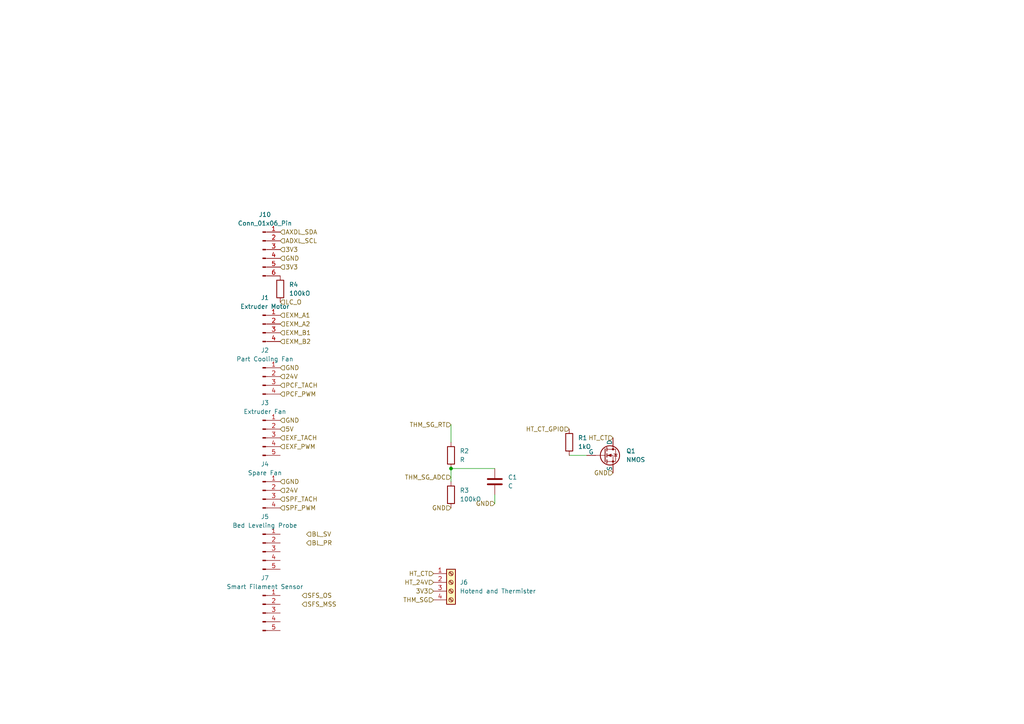
<source format=kicad_sch>
(kicad_sch (version 20250114) (generator "eeschema") (generator_version "9.0")
  (paper "A4")
  (lib_symbols
    (symbol "Connector:Conn_01x04_Pin" (pin_names (offset 1.016) (hide yes))
      (property "Reference" "J" (at 0 5.08 0))
      (property "Value" "Conn_01x04_Pin" (at 0 -7.62 0))
      (symbol "Conn_01x04_Pin_1_1"
        (rectangle (start 0.8636 2.667) (end 0 2.413) (stroke (width 0.1524)) (fill (type outline)))
        (rectangle (start 0.8636 0.127) (end 0 -0.127) (stroke (width 0.1524)) (fill (type outline)))
        (rectangle (start 0.8636 -2.413) (end 0 -2.667) (stroke (width 0.1524)) (fill (type outline)))
        (rectangle (start 0.8636 -4.953) (end 0 -5.207) (stroke (width 0.1524)) (fill (type outline)))
        (polyline (pts (xy 1.27 2.54) (xy 0.8636 2.54)) (stroke (width 0.1524)))
        (polyline (pts (xy 1.27 0) (xy 0.8636 0)) (stroke (width 0.1524)))
        (polyline (pts (xy 1.27 -2.54) (xy 0.8636 -2.54)) (stroke (width 0.1524)))
        (polyline (pts (xy 1.27 -5.08) (xy 0.8636 -5.08)) (stroke (width 0.1524)))
        (pin passive line (at 5.08 2.54 180) (length 3.81) (name "Pin_1") (number "1"))
        (pin passive line (at 5.08 0 180) (length 3.81) (name "Pin_2") (number "2"))
        (pin passive line (at 5.08 -2.54 180) (length 3.81) (name "Pin_3") (number "3"))
        (pin passive line (at 5.08 -5.08 180) (length 3.81) (name "Pin_4") (number "4"))
      )
    )
    (symbol "Connector:Conn_01x05_Pin" (pin_names (offset 1.016) (hide yes))
      (property "Reference" "J" (at 0 7.62 0))
      (property "Value" "Conn_01x05_Pin" (at 0 -7.62 0))
      (symbol "Conn_01x05_Pin_1_1"
        (rectangle (start 0.8636 5.207) (end 0 4.953) (stroke (width 0.1524)) (fill (type outline)))
        (rectangle (start 0.8636 2.667) (end 0 2.413) (stroke (width 0.1524)) (fill (type outline)))
        (rectangle (start 0.8636 0.127) (end 0 -0.127) (stroke (width 0.1524)) (fill (type outline)))
        (rectangle (start 0.8636 -2.413) (end 0 -2.667) (stroke (width 0.1524)) (fill (type outline)))
        (rectangle (start 0.8636 -4.953) (end 0 -5.207) (stroke (width 0.1524)) (fill (type outline)))
        (polyline (pts (xy 1.27 5.08) (xy 0.8636 5.08)) (stroke (width 0.1524)))
        (polyline (pts (xy 1.27 2.54) (xy 0.8636 2.54)) (stroke (width 0.1524)))
        (polyline (pts (xy 1.27 0) (xy 0.8636 0)) (stroke (width 0.1524)))
        (polyline (pts (xy 1.27 -2.54) (xy 0.8636 -2.54)) (stroke (width 0.1524)))
        (polyline (pts (xy 1.27 -5.08) (xy 0.8636 -5.08)) (stroke (width 0.1524)))
        (pin passive line (at 5.08 5.08 180) (length 3.81) (name "Pin_1") (number "1"))
        (pin passive line (at 5.08 2.54 180) (length 3.81) (name "Pin_2") (number "2"))
        (pin passive line (at 5.08 0 180) (length 3.81) (name "Pin_3") (number "3"))
        (pin passive line (at 5.08 -2.54 180) (length 3.81) (name "Pin_4") (number "4"))
        (pin passive line (at 5.08 -5.08 180) (length 3.81) (name "Pin_5") (number "5"))
      )
    )
    (symbol "Connector:Conn_01x06_Pin" (pin_names (offset 1.016) (hide yes))
      (property "Reference" "J" (at 0 7.62 0))
      (property "Value" "Conn_01x06_Pin" (at 0 -10.16 0))
      (symbol "Conn_01x06_Pin_1_1"
        (rectangle (start 0.8636 5.207) (end 0 4.953) (stroke (width 0.1524)) (fill (type outline)))
        (rectangle (start 0.8636 2.667) (end 0 2.413) (stroke (width 0.1524)) (fill (type outline)))
        (rectangle (start 0.8636 0.127) (end 0 -0.127) (stroke (width 0.1524)) (fill (type outline)))
        (rectangle (start 0.8636 -2.413) (end 0 -2.667) (stroke (width 0.1524)) (fill (type outline)))
        (rectangle (start 0.8636 -4.953) (end 0 -5.207) (stroke (width 0.1524)) (fill (type outline)))
        (rectangle (start 0.8636 -7.493) (end 0 -7.747) (stroke (width 0.1524)) (fill (type outline)))
        (polyline (pts (xy 1.27 5.08) (xy 0.8636 5.08)) (stroke (width 0.1524)))
        (polyline (pts (xy 1.27 2.54) (xy 0.8636 2.54)) (stroke (width 0.1524)))
        (polyline (pts (xy 1.27 0) (xy 0.8636 0)) (stroke (width 0.1524)))
        (polyline (pts (xy 1.27 -2.54) (xy 0.8636 -2.54)) (stroke (width 0.1524)))
        (polyline (pts (xy 1.27 -5.08) (xy 0.8636 -5.08)) (stroke (width 0.1524)))
        (polyline (pts (xy 1.27 -7.62) (xy 0.8636 -7.62)) (stroke (width 0.1524)))
        (pin passive line (at 5.08 5.08 180) (length 3.81) (name "Pin_1") (number "1"))
        (pin passive line (at 5.08 2.54 180) (length 3.81) (name "Pin_2") (number "2"))
        (pin passive line (at 5.08 0 180) (length 3.81) (name "Pin_3") (number "3"))
        (pin passive line (at 5.08 -2.54 180) (length 3.81) (name "Pin_4") (number "4"))
        (pin passive line (at 5.08 -5.08 180) (length 3.81) (name "Pin_5") (number "5"))
        (pin passive line (at 5.08 -7.62 180) (length 3.81) (name "Pin_6") (number "6"))
      )
    )
    (symbol "Connector:Screw_Terminal_01x04" (pin_names (offset 1.016) (hide yes))
      (property "Reference" "J" (at 0 5.08 0))
      (property "Value" "Screw_Terminal_01x04" (at 0 -7.62 0))
      (symbol "Screw_Terminal_01x04_1_1"
        (rectangle (start -1.27 3.81) (end 1.27 -6.35) (stroke (width 0.254)) (fill (type background)))
        (polyline (pts (xy -0.5334 2.8702) (xy 0.3302 2.032)) (stroke (width 0.1524)))
        (polyline (pts (xy -0.5334 0.3302) (xy 0.3302 -0.508)) (stroke (width 0.1524)))
        (polyline (pts (xy -0.5334 -2.2098) (xy 0.3302 -3.048)) (stroke (width 0.1524)))
        (polyline (pts (xy -0.5334 -4.7498) (xy 0.3302 -5.588)) (stroke (width 0.1524)))
        (polyline (pts (xy -0.3556 3.048) (xy 0.508 2.2098)) (stroke (width 0.1524)))
        (polyline (pts (xy -0.3556 0.508) (xy 0.508 -0.3302)) (stroke (width 0.1524)))
        (polyline (pts (xy -0.3556 -2.032) (xy 0.508 -2.8702)) (stroke (width 0.1524)))
        (polyline (pts (xy -0.3556 -4.572) (xy 0.508 -5.4102)) (stroke (width 0.1524)))
        (circle (center 0 2.54) (radius 0.635) (stroke (width 0.1524)))
        (circle (center 0 0) (radius 0.635) (stroke (width 0.1524)))
        (circle (center 0 -2.54) (radius 0.635) (stroke (width 0.1524)))
        (circle (center 0 -5.08) (radius 0.635) (stroke (width 0.1524)))
        (pin passive line (at -5.08 2.54 0) (length 3.81) (name "Pin_1") (number "1"))
        (pin passive line (at -5.08 0 0) (length 3.81) (name "Pin_2") (number "2"))
        (pin passive line (at -5.08 -2.54 0) (length 3.81) (name "Pin_3") (number "3"))
        (pin passive line (at -5.08 -5.08 0) (length 3.81) (name "Pin_4") (number "4"))
      )
    )
    (symbol "Device:C" (pin_numbers (hide yes)) (pin_names (offset 0.254))
      (property "Reference" "C" (at 0.635 2.54 0))
      (property "Value" "C" (at 0.635 -2.54 0))
      (symbol "C_0_1"
        (polyline (pts (xy -2.032 0.762) (xy 2.032 0.762)) (stroke (width 0.508)))
        (polyline (pts (xy -2.032 -0.762) (xy 2.032 -0.762)) (stroke (width 0.508)))
      )
      (symbol "C_1_1"
        (pin passive line (at 0 3.81 270) (length 2.794) (name "~") (number "1"))
        (pin passive line (at 0 -3.81 90) (length 2.794) (name "~") (number "2"))
      )
    )
    (symbol "Device:R" (pin_numbers (hide yes)) (pin_names (offset 0))
      (property "Reference" "R" (at 2.032 0 90))
      (property "Value" "R" (at 0 0 90))
      (symbol "R_0_1"
        (rectangle (start -1.016 -2.54) (end 1.016 2.54) (stroke (width 0.254)))
      )
      (symbol "R_1_1"
        (pin passive line (at 0 3.81 270) (length 1.27) (name "~") (number "1"))
        (pin passive line (at 0 -3.81 90) (length 1.27) (name "~") (number "2"))
      )
    )
    (symbol "Simulation_SPICE:NMOS" (pin_numbers (hide yes)) (pin_names (offset 0))
      (property "Reference" "Q" (at 5.08 1.27 0))
      (property "Value" "NMOS" (at 5.08 -1.27 0))
      (symbol "NMOS_0_1"
        (polyline (pts (xy 0.254 1.905) (xy 0.254 -1.905)) (stroke (width 0.254)))
        (polyline (pts (xy 0.254 0) (xy -2.54 0)))
        (polyline (pts (xy 0.762 2.286) (xy 0.762 1.27)) (stroke (width 0.254)))
        (polyline (pts (xy 0.762 0.508) (xy 0.762 -0.508)) (stroke (width 0.254)))
        (polyline (pts (xy 0.762 -1.27) (xy 0.762 -2.286)) (stroke (width 0.254)))
        (polyline (pts (xy 0.762 -1.778) (xy 3.302 -1.778) (xy 3.302 1.778) (xy 0.762 1.778)))
        (polyline (pts (xy 1.016 0) (xy 2.032 0.381) (xy 2.032 -0.381) (xy 1.016 0)) (fill (type outline)))
        (circle (center 1.651 0) (radius 2.794) (stroke (width 0.254)))
        (polyline (pts (xy 2.54 2.54) (xy 2.54 1.778)))
        (circle (center 2.54 1.778) (radius 0.254) (fill (type outline)))
        (circle (center 2.54 -1.778) (radius 0.254) (fill (type outline)))
        (polyline (pts (xy 2.54 -2.54) (xy 2.54 0) (xy 0.762 0)))
        (polyline (pts (xy 2.794 0.508) (xy 2.921 0.381) (xy 3.683 0.381) (xy 3.81 0.254)))
        (polyline (pts (xy 3.302 0.381) (xy 2.921 -0.254) (xy 3.683 -0.254) (xy 3.302 0.381)))
      )
      (symbol "NMOS_1_1"
        (pin input line (at -5.08 0 0) (length 2.54) (name "G") (number "2"))
        (pin passive line (at 2.54 5.08 270) (length 2.54) (name "D") (number "1"))
        (pin passive line (at 2.54 -5.08 90) (length 2.54) (name "S") (number "3"))
      )
    )
  )
  (junction (at 130.81 135.89))
  (wire (pts (xy 170.18 132.08) (xy 165.1 132.08)))
  (wire (pts (xy 130.81 135.89) (xy 143.51 135.89)))
  (wire (pts (xy 130.81 123.19) (xy 130.81 128.27)))
  (wire (pts (xy 130.81 135.89) (xy 130.81 139.7)))
  (wire (pts (xy 143.51 143.51) (xy 143.51 146.05)))
  (hierarchical_label "SFS_OS" (shape input) (at 87.63 172.72 0))
  (hierarchical_label "SFS_MSS" (shape input) (at 87.63 175.26 0))
  (hierarchical_label "EXM_A1" (shape input) (at 81.28 91.44 0))
  (hierarchical_label "GND" (shape input) (at 130.81 147.32 180))
  (hierarchical_label "ADXL_SCL" (shape input) (at 81.28 69.85 0))
  (hierarchical_label "3V3" (shape input) (at 81.28 77.47 0))
  (hierarchical_label "PCF_TACH" (shape input) (at 81.28 111.76 0))
  (hierarchical_label "EXM_B1" (shape input) (at 81.28 96.52 0))
  (hierarchical_label "GND" (shape input) (at 81.28 121.92 0))
  (hierarchical_label "GND" (shape input) (at 177.8 137.16 180))
  (hierarchical_label "24V" (shape input) (at 81.28 109.22 0))
  (hierarchical_label "AXDL_SDA" (shape input) (at 81.28 67.31 0))
  (hierarchical_label "HT_24V" (shape input) (at 125.73 168.91 180))
  (hierarchical_label "EXM_A2" (shape input) (at 81.28 93.98 0))
  (hierarchical_label "GND" (shape input) (at 81.28 139.7 0))
  (hierarchical_label "GND" (shape input) (at 81.28 106.68 0))
  (hierarchical_label "GND" (shape input) (at 81.28 74.93 0))
  (hierarchical_label "EXF_TACH" (shape input) (at 81.28 127 0))
  (hierarchical_label "HT_CT" (shape input) (at 125.73 166.37 180))
  (hierarchical_label "HT_CT_GPIO" (shape input) (at 165.1 124.46 180))
  (hierarchical_label "3V3" (shape input) (at 81.28 72.39 0))
  (hierarchical_label "24V" (shape input) (at 81.28 142.24 0))
  (hierarchical_label "5V" (shape input) (at 81.28 124.46 0))
  (hierarchical_label "3V3" (shape input) (at 125.73 171.45 180))
  (hierarchical_label "BL_SV" (shape input) (at 88.9 154.94 0))
  (hierarchical_label "PCF_PWM" (shape input) (at 81.28 114.3 0))
  (hierarchical_label "SPF_TACH" (shape input) (at 81.28 144.78 0))
  (hierarchical_label "THM_SG_ADC" (shape input) (at 130.81 138.43 180))
  (hierarchical_label "EXF_PWM" (shape input) (at 81.28 129.54 0))
  (hierarchical_label "BL_PR" (shape input) (at 88.9 157.48 0))
  (hierarchical_label "THM_SG" (shape input) (at 125.73 173.99 180))
  (hierarchical_label "EXM_B2" (shape input) (at 81.28 99.06 0))
  (hierarchical_label "GND" (shape input) (at 143.51 146.05 180))
  (hierarchical_label "THM_SG_RT" (shape input) (at 130.81 123.19 180))
  (hierarchical_label "LC_O" (shape input) (at 81.28 87.63 0))
  (hierarchical_label "SPF_PWM" (shape input) (at 81.28 147.32 0))
  (hierarchical_label "HT_CT" (shape input) (at 177.8 127 180))
  (symbol (lib_id "Connector:Conn_01x06_Pin") (at 76.2 72.39 0) (unit 1)
    (property "Reference" "J10" (at 76.835 62.23 0))
    (property "Value" "Conn_01x06_Pin" (at 76.835 64.77 0))
    (property "Description" "Generic connector, single row, 01x06, script generated" (effects (hide yes)))
  )
  (symbol (lib_id "Connector:Conn_01x05_Pin") (at 76.2 127 0) (unit 1)
    (property "Reference" "J3" (at 76.835 116.84 0))
    (property "Value" "Extruder Fan" (at 76.835 119.38 0))
    (property "Footprint" "Connector_JST:JST_XH_B5B-XH-AM_1x05_P2.50mm_Vertical" (effects (hide yes)))
    (property "Description" "Generic connector, single row, 01x05, script generated" (effects (hide yes)))
  )
  (symbol (lib_id "Device:R") (at 130.81 132.08 0) (unit 1)
    (property "Reference" "R2" (at 133.35 130.8099 0) (effects (justify left)))
    (property "Value" "R" (at 133.35 133.3499 0) (effects (justify left)))
    (property "Description" "Resistor" (effects (hide yes)))
  )
  (symbol (lib_id "Connector:Conn_01x05_Pin") (at 76.2 160.02 0) (unit 1)
    (property "Reference" "J5" (at 76.835 149.86 0))
    (property "Value" "Bed Leveling Probe" (at 76.835 152.4 0))
    (property "Footprint" "Connector_JST:JST_XH_B5B-XH-AM_1x05_P2.50mm_Vertical" (effects (hide yes)))
    (property "Description" "Generic connector, single row, 01x05, script generated" (effects (hide yes)))
  )
  (symbol (lib_id "Device:C") (at 143.51 139.7 0) (unit 1)
    (property "Reference" "C1" (at 147.32 138.4299 0) (effects (justify left)))
    (property "Value" "C" (at 147.32 140.9699 0) (effects (justify left)))
    (property "Description" "Unpolarized capacitor" (effects (hide yes)))
  )
  (symbol (lib_id "Device:R") (at 130.81 143.51 0) (unit 1)
    (property "Reference" "R3" (at 133.35 142.2399 0) (effects (justify left)))
    (property "Value" "100kO" (at 133.35 144.7799 0) (effects (justify left)))
    (property "Description" "Resistor" (effects (hide yes)))
  )
  (symbol (lib_id "Device:R") (at 165.1 128.27 0) (unit 1)
    (property "Reference" "R1" (at 167.64 126.9999 0) (effects (justify left)))
    (property "Value" "1kO" (at 167.64 129.5399 0) (effects (justify left)))
    (property "Description" "Resistor" (effects (hide yes)))
  )
  (symbol (lib_id "Connector:Conn_01x04_Pin") (at 76.2 142.24 0) (unit 1)
    (property "Reference" "J4" (at 76.835 134.62 0))
    (property "Value" "Spare Fan" (at 76.835 137.16 0))
    (property "Footprint" "Connector_JST:JST_XH_B4B-XH-AM_1x04_P2.50mm_Vertical" (effects (hide yes)))
    (property "Description" "Generic connector, single row, 01x04, script generated" (effects (hide yes)))
  )
  (symbol (lib_id "Simulation_SPICE:NMOS") (at 175.26 132.08 0) (unit 1)
    (property "Reference" "Q1" (at 181.61 130.8099 0) (effects (justify left)))
    (property "Value" "NMOS" (at 181.61 133.3499 0) (effects (justify left)))
    (property "Datasheet" "https://ngspice.sourceforge.io/docs/ngspice-html-manual/manual.xhtml#cha_MOSFETs" (effects (hide yes)))
    (property "Description" "N-MOSFET transistor, drain/source/gate" (effects (hide yes)))
    (property "Sim.Device" "NMOS" (effects (hide yes)))
    (property "Sim.Type" "VDMOS" (effects (hide yes)))
    (property "Sim.Pins" "1=D 2=G 3=S" (effects (hide yes)))
  )
  (symbol (lib_id "Connector:Screw_Terminal_01x04") (at 130.81 168.91 0) (unit 1)
    (property "Reference" "J6" (at 133.35 168.9099 0) (effects (justify left)))
    (property "Value" "Hotend and Thermister" (at 133.35 171.4499 0) (effects (justify left)))
    (property "Footprint" "TerminalBlock_MetzConnect:TerminalBlock_MetzConnect_Type059_RT06304HBWC_1x04_P3.50mm_Horizontal" (effects (hide yes)))
    (property "Description" "Generic screw terminal, single row, 01x04, script generated (kicad-library-utils/schlib/autogen/connector/)" (effects (hide yes)))
  )
  (symbol (lib_id "Connector:Conn_01x04_Pin") (at 76.2 93.98 0) (unit 1)
    (property "Reference" "J1" (at 76.835 86.36 0))
    (property "Value" "Extruder Motor" (at 76.835 88.9 0))
    (property "Footprint" "Connector_JST:JST_XH_B4B-XH-AM_1x04_P2.50mm_Vertical" (effects (hide yes)))
    (property "Description" "Generic connector, single row, 01x04, script generated" (effects (hide yes)))
  )
  (symbol (lib_id "Connector:Conn_01x04_Pin") (at 76.2 109.22 0) (unit 1)
    (property "Reference" "J2" (at 76.835 101.6 0))
    (property "Value" "Part Cooling Fan" (at 76.835 104.14 0))
    (property "Footprint" "Connector_JST:JST_XH_B4B-XH-AM_1x04_P2.50mm_Vertical" (effects (hide yes)))
    (property "Description" "Generic connector, single row, 01x04, script generated" (effects (hide yes)))
  )
  (symbol (lib_id "Connector:Conn_01x05_Pin") (at 76.2 177.8 0) (unit 1)
    (property "Reference" "J7" (at 76.835 167.64 0))
    (property "Value" "Smart Filament Sensor" (at 76.835 170.18 0))
    (property "Footprint" "Connector_JST:JST_XH_B5B-XH-AM_1x05_P2.50mm_Vertical" (effects (hide yes)))
    (property "Description" "Generic connector, single row, 01x05, script generated" (effects (hide yes)))
  )
  (symbol (lib_id "Device:R") (at 81.28 83.82 0) (unit 1)
    (property "Reference" "R4" (at 83.82 82.5499 0) (effects (justify left)))
    (property "Value" "100kO" (at 83.82 85.0899 0) (effects (justify left)))
    (property "Description" "Resistor" (effects (hide yes)))
  )
)
</source>
